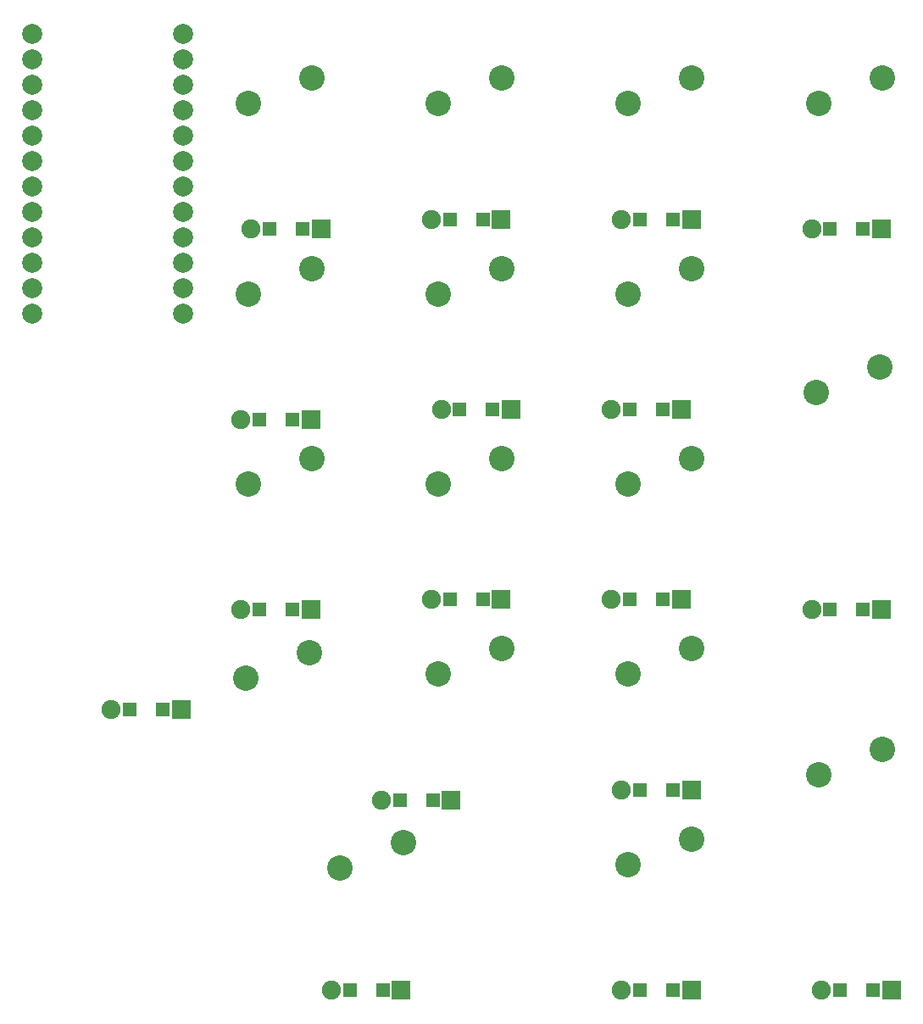
<source format=gbr>
G04 EAGLE Gerber RS-274X export*
G75*
%MOMM*%
%FSLAX34Y34*%
%LPD*%
%INBottom Copper*%
%IPPOS*%
%AMOC8*
5,1,8,0,0,1.08239X$1,22.5*%
G01*
%ADD10C,2.000000*%
%ADD11R,1.900000X1.900000*%
%ADD12C,1.900000*%
%ADD13R,1.397000X1.397000*%
%ADD14C,2.540000*%


D10*
X36179Y755667D03*
X36179Y781067D03*
X36179Y806467D03*
X36179Y831867D03*
X36179Y857267D03*
X36179Y882667D03*
X36179Y908067D03*
X36179Y933467D03*
X36179Y958867D03*
X36179Y984267D03*
X36179Y1009667D03*
X36179Y1035067D03*
X187379Y755667D03*
X187379Y781067D03*
X187379Y806467D03*
X187379Y831867D03*
X187379Y857267D03*
X187379Y882667D03*
X187379Y908067D03*
X187379Y933467D03*
X187379Y958867D03*
X187379Y984267D03*
X187379Y1009667D03*
X187379Y1035067D03*
D11*
X325000Y840000D03*
D12*
X255000Y840000D03*
D13*
X273490Y840000D03*
X306510Y840000D03*
D11*
X505000Y850000D03*
D12*
X435000Y850000D03*
D13*
X453490Y850000D03*
X486510Y850000D03*
D11*
X695000Y850000D03*
D12*
X625000Y850000D03*
D13*
X643490Y850000D03*
X676510Y850000D03*
D11*
X885000Y840000D03*
D12*
X815000Y840000D03*
D13*
X833490Y840000D03*
X866510Y840000D03*
D11*
X315000Y650000D03*
D12*
X245000Y650000D03*
D13*
X263490Y650000D03*
X296510Y650000D03*
D11*
X515000Y660000D03*
D12*
X445000Y660000D03*
D13*
X463490Y660000D03*
X496510Y660000D03*
D11*
X685000Y660000D03*
D12*
X615000Y660000D03*
D13*
X633490Y660000D03*
X666510Y660000D03*
D11*
X885000Y460000D03*
D12*
X815000Y460000D03*
D13*
X833490Y460000D03*
X866510Y460000D03*
D11*
X685000Y470000D03*
D12*
X615000Y470000D03*
D13*
X633490Y470000D03*
X666510Y470000D03*
D11*
X505000Y470000D03*
D12*
X435000Y470000D03*
D13*
X453490Y470000D03*
X486510Y470000D03*
D11*
X315000Y460000D03*
D12*
X245000Y460000D03*
D13*
X263490Y460000D03*
X296510Y460000D03*
D11*
X185000Y360000D03*
D12*
X115000Y360000D03*
D13*
X133490Y360000D03*
X166510Y360000D03*
D11*
X455000Y270000D03*
D12*
X385000Y270000D03*
D13*
X403490Y270000D03*
X436510Y270000D03*
D11*
X695000Y280000D03*
D12*
X625000Y280000D03*
D13*
X643490Y280000D03*
X676510Y280000D03*
D11*
X895000Y80000D03*
D12*
X825000Y80000D03*
D13*
X843490Y80000D03*
X876510Y80000D03*
D11*
X695000Y80000D03*
D12*
X625000Y80000D03*
D13*
X643490Y80000D03*
X676510Y80000D03*
D11*
X405000Y80000D03*
D12*
X335000Y80000D03*
D13*
X353490Y80000D03*
X386510Y80000D03*
D14*
X251900Y965400D03*
X315400Y990800D03*
X441900Y965400D03*
X505400Y990800D03*
X631900Y965400D03*
X695400Y990800D03*
X821900Y965400D03*
X885400Y990800D03*
X251900Y775400D03*
X315400Y800800D03*
X441900Y775400D03*
X505400Y800800D03*
X631900Y775400D03*
X695400Y800800D03*
X631900Y585400D03*
X695400Y610800D03*
X441900Y585400D03*
X505400Y610800D03*
X251900Y585400D03*
X315400Y610800D03*
X249658Y391364D03*
X313158Y416764D03*
X441900Y395400D03*
X505400Y420800D03*
X631900Y395400D03*
X695400Y420800D03*
X631900Y205400D03*
X695400Y230800D03*
X343389Y201703D03*
X406889Y227103D03*
X819159Y676937D03*
X882659Y702337D03*
X821900Y295400D03*
X885400Y320800D03*
M02*

</source>
